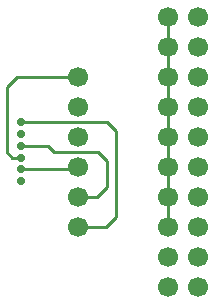
<source format=gbl>
%FSLAX46Y46*%
%MOMM*%
%ADD10C,0.250000*%
%AMPS12*
1,1,1.700000,0.000000,0.000000*
%
%ADD12PS12*%
%AMPS11*
1,1,1.700000,0.000000,0.000000*
%
%ADD11PS11*%
%AMPS13*
1,1,0.700000,0.000000,0.000000*
%
%ADD13PS13*%
G01*
G01*
%LPD*%
D10*
X5000000Y2500000D02*
X-750000Y2500000D01*
D10*
X5000000Y-750000D02*
X4250000Y0D01*
D10*
X5000000Y-3000000D02*
X5000000Y-750000D01*
D10*
X-2650000Y6350000D02*
X-3500000Y5500000D01*
D10*
X2540000Y-3810000D02*
X4190000Y-3810000D01*
D10*
X4250000Y0D02*
X500000Y0D01*
D10*
X4190000Y-3810000D02*
X5000000Y-3000000D01*
D10*
X10160000Y3810000D02*
X10160000Y6350000D01*
D10*
X0Y500000D02*
X-2250000Y500000D01*
D10*
X10160000Y-1270000D02*
X10160000Y1270000D01*
D10*
X-750000Y2500000D02*
X-2250000Y2500000D01*
D10*
X4900000Y-6350000D02*
X5750000Y-5500000D01*
D10*
X10160000Y-1270000D02*
X10160000Y-2220000D01*
D10*
X-3000000Y-500000D02*
X-2250000Y-500000D01*
D10*
X10160000Y-3810000D02*
X10160000Y-6350000D01*
D10*
X5750000Y1750000D02*
X5000000Y2500000D01*
D10*
X-2250000Y-1500000D02*
X2310000Y-1500000D01*
D10*
X-3500000Y0D02*
X-3000000Y-500000D01*
D10*
X10160000Y9840000D02*
X10160000Y11430000D01*
D10*
X-3500000Y5500000D02*
X-3500000Y0D01*
D10*
X500000Y0D02*
X0Y500000D01*
D10*
X2540000Y6350000D02*
X-2650000Y6350000D01*
D10*
X5750000Y-5500000D02*
X5750000Y1750000D01*
D10*
X2310000Y-1500000D02*
X2540000Y-1270000D01*
D10*
X10160000Y-2220000D02*
X10160000Y-3810000D01*
D10*
X10160000Y8890000D02*
X10160000Y9840000D01*
D10*
X10160000Y1270000D02*
X10160000Y3810000D01*
D10*
X10160000Y6350000D02*
X10160000Y8890000D01*
D10*
X2540000Y-6350000D02*
X4900000Y-6350000D01*
G75*
D11*
X12700000Y11430000D03*
D11*
X12700000Y3810000D03*
D11*
X10160000Y3810000D03*
D11*
X10160000Y6350000D03*
D11*
X12700000Y-3810000D03*
D11*
X12700000Y-8890000D03*
D11*
X12700000Y6350000D03*
D11*
X12700000Y-1270000D03*
D11*
X10160000Y-8890000D03*
D11*
X10160000Y-1270000D03*
D11*
X10160000Y11430000D03*
D11*
X12700000Y1270000D03*
D11*
X10160000Y1270000D03*
D11*
X12700000Y-6350000D03*
D11*
X10160000Y-11430000D03*
D11*
X12700000Y8890000D03*
D11*
X10160000Y-6350000D03*
D11*
X12700000Y-11430000D03*
D11*
X10160000Y8890000D03*
D11*
X10160000Y-3810000D03*
D12*
X2540000Y-1270000D03*
D12*
X2540000Y6350000D03*
D12*
X2540000Y3810000D03*
D12*
X2540000Y-3810000D03*
D12*
X2540000Y1270000D03*
D12*
X2540000Y-6350000D03*
D13*
X-2250000Y-2500000D03*
D13*
X-2250000Y500000D03*
D13*
X-2250000Y2500000D03*
D13*
X-2250000Y1500000D03*
D13*
X-2250000Y-1500000D03*
D13*
X-2250000Y-500000D03*
M02*

</source>
